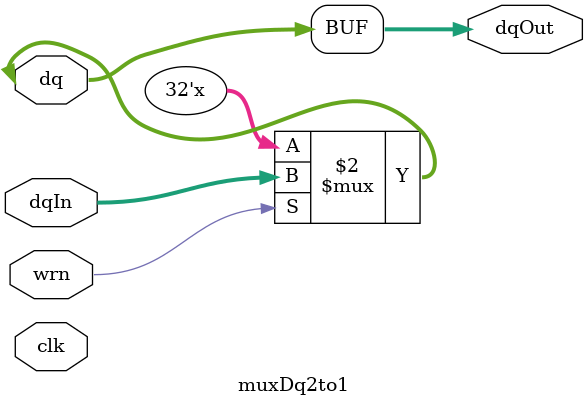
<source format=v>
/*
 * SDRAM inout mux for the SDRAM controller
 *
 * Copyright (C) 2023 Luís Mendes <luis.p.mendes@gmail.com>
 */

module muxDq2to1(input clk, input wrn, inout [31:0] dq, input [31:0] dqIn, output [31:0] dqOut );

  assign dq = wrn == 1 ? dqIn : 32'bzzzzzzzzzzzzzzzzzzzzzzzzzzzzzzzz;

  assign dqOut = dq;
      
endmodule

</source>
